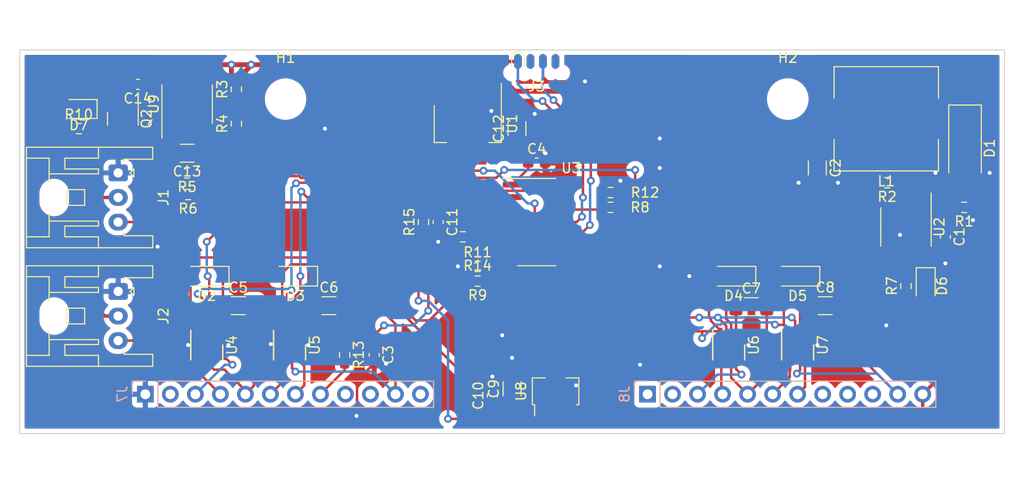
<source format=kicad_pcb>
(kicad_pcb (version 20211014) (generator pcbnew)
  (title_block (title "FeatherESC Logic Board") (date "2021-11-21"))
  (layers (0 "F.Cu" signal) (31 "B.Cu" signal) (34 "B.Paste" user) (35 "F.Paste" user) (36 "B.SilkS" user "B.Silkscreen") (37 "F.SilkS" user "F.Silkscreen") (38 "B.Mask" user) (39 "F.Mask" user) (44 "Edge.Cuts" user))
  (net 0 "")
  (net 1 "GND")
  (net 2 "VBAT")
  (net 3 "/COMPARE_N")
  (net 4 "Net-(U9-Pad1)")
  (net 5 "/COMPARE_P")
  (net 6 "VBEC")
  (net 7 "/VBEC_SWITCHED")
  (net 8 "/gatedrivers1/BOOST1")
  (net 9 "/PHASE11")
  (net 10 "/gatedrivers1/BOOST2")
  (net 11 "/BEC_ENABLE")
  (net 12 "/PHASE21")
  (net 13 "Net-(R12-Pad2)")
  (net 14 "/RXIN_1")
  (net 15 "/gatedrivers2/BOOST1")
  (net 16 "/PHASE12")
  (net 17 "/gatedrivers2/BOOST2")
  (net 18 "/PHASE22")
  (net 19 "Net-(R1-Pad2)")
  (net 22 "+12V")
  (net 23 "/GATEH11")
  (net 24 "/GATEL11")
  (net 25 "/GATEL21")
  (net 26 "/GATEH21")
  (net 29 "/GATEH12")
  (net 33 "/GATEL12")
  (net 34 "/GATEL22")
  (net 35 "/GATEH22")
  (net 36 "/ISENSE_IN")
  (net 37 "/VSENSE_IN")
  (net 41 "/MOTORR_1")
  (net 42 "/MOTORF_1")
  (net 43 "/MOTOREN_1")
  (net 44 "/MOTORF_2")
  (net 45 "/MOTORR_2")
  (net 46 "/MOTOREN_2")
  (net 47 "/REGSW")
  (net 48 "Net-(D6-Pad2)")
  (net 49 "/RXIN_2")
  (net 50 "Net-(D7-Pad2)")
  (net 51 "GNDSHUNT")
  (net 52 "Net-(R11-Pad2)")
  (net 53 "/MCUPOWER")
  (net 57 "/UPDI")
  (net 59 "Net-(U9-Pad7)")
  (footprint "Capacitor_SMD:C_0603_1608Metric_Pad1.08x0.95mm_HandSolder" (layer "F.Cu") (at 137 91 -90)
    (fp_text reference "C3")
    (fp_text value "DNP")
  )
  (footprint "Capacitor_SMD:C_0603_1608Metric_Pad1.08x0.95mm_HandSolder" (layer "F.Cu") (at 195 79 -90)
    (fp_text reference "C1")
    (fp_text value "100 nF")
  )
  (footprint "Package_SO:SOIC-14_3.9x8.7mm_P1.27mm" (layer "F.Cu") (at 153.5 77.5)
    (fp_text reference "U3")
    (fp_text value "ATtiny1614-SS")
  )
  (footprint "Capacitor_SMD:C_0603_1608Metric_Pad1.08x0.95mm_HandSolder" (layer "F.Cu") (at 113 63.5 180)
    (fp_text reference "C14")
    (fp_text value "100 nF")
  )
  (footprint "Diode_SMD:D_SMA_Handsoldering" (layer "F.Cu") (at 197 70 -90)
    (fp_text reference "D1")
    (fp_text value "SS34")
  )
  (footprint "Package_TO_SOT_SMD:SOT-89-3" (layer "F.Cu") (at 155.42 95 90)
    (fp_text reference "U8")
    (fp_text value "78L12G-AB3-R ")
  )
  (footprint "MountingHole:MountingHole_3.2mm_M3" (layer "F.Cu") (at 128 65)
    (fp_text reference "H1")
    (fp_text value "Interconnect M3")
  )
  (footprint "Capacitor_SMD:C_0603_1608Metric" (layer "F.Cu") (at 149 95.145 90)
    (fp_text reference "C10")
    (fp_text value "DNP")
  )
  (footprint "Resistor_SMD:R_0603_1608Metric_Pad0.98x0.95mm_HandSolder" (layer "F.Cu") (at 123 64 90)
    (fp_text reference "R3")
    (fp_text value "33k")
  )
  (footprint "Capacitor_SMD:C_0603_1608Metric_Pad1.08x0.95mm_HandSolder" (layer "F.Cu") (at 143.5 77.5 -90)
    (fp_text reference "C11")
    (fp_text value "DNP")
  )
  (footprint "Diode_SMD:D_SOD-123" (layer "F.Cu") (at 129 83 180)
    (fp_text reference "D3")
    (fp_text value "B5819W")
  )
  (footprint "Package_TO_SOT_SMD:SOT-223-3_TabPin2" (layer "F.Cu") (at 146.5 67.5 -90)
    (fp_text reference "U1")
    (fp_text value "AMS1117-50")
  )
  (footprint "Capacitor_SMD:C_1206_3216Metric" (layer "F.Cu") (at 151 94.445 90)
    (fp_text reference "C9")
    (fp_text value "10uF 50V")
  )
  (footprint "Package_DFN_QFN:DFN-8-1EP_3x3mm_P0.5mm_EP1.66x2.38mm" (layer "F.Cu") (at 120 90 -90)
    (fp_text reference "U4")
    (fp_text value "NCP81155MN")
  )
  (footprint "MountingHole:MountingHole_3.2mm_M3" (layer "F.Cu") (at 179 65)
    (fp_text reference "H2")
    (fp_text value "Interconnect M3")
  )
  (footprint "Resistor_SMD:R_0603_1608Metric_Pad0.98x0.95mm_HandSolder" (layer "F.Cu") (at 123 67.5 90)
    (fp_text reference "R4")
    (fp_text value "33k")
  )
  (footprint "Package_TO_SOT_SMD:SOT-23" (layer "F.Cu") (at 111.475 67 -90)
    (fp_text reference "Q2")
    (fp_text value "AO3401A")
  )
  (footprint "Capacitor_SMD:C_1206_3216Metric_Pad1.33x1.80mm_HandSolder" (layer "F.Cu") (at 123.2 86)
    (fp_text reference "C5")
    (fp_text value "4.7uF 50V")
  )
  (footprint "Connector_JST:JST_XA_S03B-XASK-1_1x03_P2.50mm_Horizontal" (layer "F.Cu") (at 111 84.55 -90)
    (fp_text reference "J2")
    (fp_text value "RC IN 2")
  )
  (footprint "Capacitor_SMD:C_1206_3216Metric" (layer "F.Cu") (at 151.5 68 90)
    (fp_text reference "C12")
    (fp_text value "10uF")
  )
  (footprint "Resistor_SMD:R_0603_1608Metric_Pad0.98x0.95mm_HandSolder" (layer "F.Cu") (at 118 72.5 180)
    (fp_text reference "R5")
    (fp_text value "10k")
  )
  (footprint "Resistor_SMD:R_0603_1608Metric_Pad0.98x0.95mm_HandSolder" (layer "F.Cu") (at 147.5 83.5 180)
    (fp_text reference "R9")
    (fp_text value "1k")
  )
  (footprint "Diode_SMD:D_SOD-123" (layer "F.Cu") (at 180 83 180)
    (fp_text reference "D5")
    (fp_text value "B5819W")
  )
  (footprint "Resistor_SMD:R_0603_1608Metric_Pad0.98x0.95mm_HandSolder" (layer "F.Cu") (at 189.0875 73.5 180)
    (fp_text reference "R2")
    (fp_text value "33k")
  )
  (footprint "Resistor_SMD:R_0603_1608Metric_Pad0.98x0.95mm_HandSolder" (layer "F.Cu") (at 118.1 74.7 180)
    (fp_text reference "R6")
    (fp_text value "100k")
  )
  (footprint "Inductor_SMD:L_10.4x10.4_H4.8" (layer "F.Cu") (at 189 67 180)
    (fp_text reference "L1")
    (fp_text value "68uH")
  )
  (footprint "Resistor_SMD:R_0603_1608Metric_Pad0.98x0.95mm_HandSolder" (layer "F.Cu") (at 147.5 82)
    (fp_text reference "R11")
    (fp_text value "100k")
  )
  (footprint "Resistor_SMD:R_0603_1608Metric_Pad0.98x0.95mm_HandSolder" (layer "F.Cu") (at 161 76)
    (fp_text reference "R8")
    (fp_text value "1k")
  )
  (footprint "Capacitor_SMD:C_1206_3216Metric_Pad1.33x1.80mm_HandSolder" (layer "F.Cu") (at 175.3 86.1)
    (fp_text reference "C7")
    (fp_text value "4.7uF 50V")
  )
  (footprint "Diode_SMD:D_SOD-123" (layer "F.Cu") (at 173.5 83 180)
    (fp_text reference "D4")
    (fp_text value "B5819W")
  )
  (footprint "Resistor_SMD:R_0603_1608Metric_Pad0.98x0.95mm_HandSolder" (layer "F.Cu") (at 161 74.5 180)
    (fp_text reference "R12")
    (fp_text value "100k")
  )
  (footprint "Package_SO:SOIC-8_3.9x4.9mm_P1.27mm" (layer "F.Cu") (at 191 78 -90)
    (fp_text reference "U2")
    (fp_text value "XL1509-ADJE1")
  )
  (footprint "Resistor_SMD:R_0603_1608Metric_Pad0.98x0.95mm_HandSolder" (layer "F.Cu") (at 146 79 180)
    (fp_text reference "R14")
    (fp_text value "33k")
  )
  (footprint "Capacitor_SMD:C_1206_3216Metric_Pad1.33x1.80mm_HandSolder" (layer "F.Cu") (at 118 70.5 180)
    (fp_text reference "C13")
    (fp_text value "4.7uF 50V")
  )
  (footprint "Diode_SMD:D_SOD-123" (layer "F.Cu") (at 120 83 180)
    (fp_text reference "D2")
    (fp_text value "B5819W")
  )
  (footprint "featheresc_logic:SOIC_clipProgSmall" (layer "F.Cu") (at 153.5 60.4205 180)
    (fp_text reference "J3")
    (fp_text value "soicbite prog connector")
  )
  (footprint "Package_DFN_QFN:DFN-8-1EP_3x3mm_P0.5mm_EP1.66x2.38mm" (layer "F.Cu") (at 128.405 90 -90)
    (fp_text reference "U5")
    (fp_text value "NCP81155MN")
  )
  (footprint "LED_SMD:LED_0805_2012Metric_Pad1.15x1.40mm_HandSolder" (layer "F.Cu") (at 107 66 180)
    (fp_text reference "D7")
    (fp_text value "Green BEC ON")
  )
  (footprint "Package_DFN_QFN:DFN-8-1EP_3x3mm_P0.5mm_EP1.66x2.38mm" (layer "F.Cu") (at 180 90 -90)
    (fp_text reference "U7")
    (fp_text value "NCP81155MN")
  )
  (footprint "Package_DFN_QFN:DFN-8-1EP_3x3mm_P0.5mm_EP1.66x2.38mm" (layer "F.Cu") (at 173 90 -90)
    (fp_text reference "U6")
    (fp_text value "NCP81155MN")
  )
  (footprint "Connector_JST:JST_XA_S03B-XASK-1_1x03_P2.50mm_Horizontal" (layer "F.Cu") (at 111 72.5 -90)
    (fp_text reference "J1")
    (fp_text value "RC IN 1")
  )
  (footprint "LED_SMD:LED_0805_2012Metric_Pad1.15x1.40mm_HandSolder" (layer "F.Cu") (at 193 84 -90)
    (fp_text reference "D6")
    (fp_text value "Green")
  )
  (footprint "Resistor_SMD:R_0603_1608Metric_Pad0.98x0.95mm_HandSolder" (layer "F.Cu") (at 196.9125 76 180)
    (fp_text reference "R1")
    (fp_text value "10k")
  )
  (footprint "Capacitor_SMD:C_1206_3216Metric_Pad1.33x1.80mm_HandSolder" (layer "F.Cu") (at 132.4 86)
    (fp_text reference "C6")
    (fp_text value "4.7uF 50V")
  )
  (footprint "Resistor_SMD:R_0603_1608Metric_Pad0.98x0.95mm_HandSolder" (layer "F.Cu") (at 107 68)
    (fp_text reference "R10")
    (fp_text value "1k")
  )
  (footprint "Resistor_SMD:R_0603_1608Metric_Pad0.98x0.95mm_HandSolder" (layer "F.Cu") (at 142 77.5 90)
    (fp_text reference "R15")
    (fp_text value "1k")
  )
  (footprint "Capacitor_SMD:C_1206_3216Metric" (layer "F.Cu") (at 182 72 -90)
    (fp_text reference "C2")
    (fp_text value "10uF")
  )
  (footprint "Resistor_SMD:R_0603_1608Metric_Pad0.98x0.95mm_HandSolder" (layer "F.Cu") (at 191 84 90)
    (fp_text reference "R7")
    (fp_text value "1k")
  )
  (footprint "Resistor_SMD:R_0603_1608Metric_Pad0.98x0.95mm_HandSolder" (layer "F.Cu") (at 134 91 -90)
    (fp_text reference "R13")
    (fp_text value "1k")
  )
  (footprint "Capacitor_SMD:C_1206_3216Metric_Pad1.33x1.80mm_HandSolder" (layer "F.Cu") (at 182.8 86)
    (fp_text reference "C8")
    (fp_text value "4.7uF 50V")
  )
  (footprint "Capacitor_SMD:C_0603_1608Metric_Pad1.08x0.95mm_HandSolder" (layer "F.Cu") (at 153.5 71.5)
    (fp_text reference "C4")
    (fp_text value "100 nF")
  )
  (footprint "Package_SO:SOIC-8_3.9x4.9mm_P1.27mm" (layer "F.Cu") (at 118 65.5 90)
    (fp_text reference "U9")
    (fp_text value "LM358")
  )
  (footprint "Connector_PinHeader_2.54mm:PinHeader_1x12_P2.54mm_Vertical" (layer "B.Cu") (at 113.76 95 -90)
    (fp_text reference "J7")
    (fp_text value "Interconnect 1")
  )
  (footprint "Connector_PinHeader_2.54mm:PinHeader_1x12_P2.54mm_Vertical" (layer "B.Cu") (at 164.76 95 -90)
    (fp_text reference "J8")
    (fp_text value "Interconnect 2")
  )
  (gr_rect (start 201 60) (end 101 99) (layer "Edge.Cuts") (width 0.1) (fill none))
  (segment (start 128.405 90) (end 130.3 90) (width 0.25) (layer "F.Cu") (net 1))
  (segment (start 142 78.4125) (end 143.45 78.4125) (width 0.25) (layer "F.Cu") (net 1))
  (segment (start 155.7 94.1) (end 157.5 94.1) (width 0.25) (layer "F.Cu") (net 1))
  (segment (start 195 79.8625) (end 195 81.7) (width 0.35) (layer "F.Cu") (net 1))
  (segment (start 119.905 67.975) (end 119.905 70.1575) (width 0.25) (layer "F.Cu") (net 1))
  (segment (start 190.365 78.835) (end 190.4 78.8) (width 0.35) (layer "F.Cu") (net 1))
  (segment (start 192.905 80.475) (end 192.905 82.88) (width 0.35) (layer "F.Cu") (net 1))
  (segment (start 120 90) (end 118.1 90) (width 0.25) (layer "F.Cu") (net 1))
  (segment (start 155.975 73.69) (end 154.3625 72.0775) (width 0.25) (layer "F.Cu") (net 1))
  (segment (start 197.825 77.275) (end 197.8 77.3) (width 0.25) (layer "F.Cu") (net 1))
  (segment (start 119.905 70.1575) (end 119.5625 70.5) (width 0.25) (layer "F.Cu") (net 1))
  (segment (start 182 73.475) (end 184.075 73.475) (width 0.25) (layer "F.Cu") (net 1))
  (segment (start 172.75 90.25) (end 172.75 91.4) (width 0.25) (layer "F.Cu") (net 1))
  (segment (start 128.405 90) (end 126.6 90) (width 0.25) (layer "F.Cu") (net 1))
  (segment (start 128.405 90) (end 128.155 90.25) (width 0.25) (layer "F.Cu") (net 1))
  (segment (start 128.155 90.25) (end 128.155 91.4) (width 0.25) (layer "F.Cu") (net 1))
  (segment (start 154.3625 72.0775) (end 154.3625 71.5) (width 0.25) (layer "F.Cu") (net 1))
  (segment (start 149.325 64.35) (end 151.5 66.525) (width 0.25) (layer "F.Cu") (net 1))
  (segment (start 154.6 63.2) (end 158.4 63.2) (width 0.25) (layer "F.Cu") (net 1))
  (segment (start 155.42 94.38) (end 155.7 94.1) (width 0.25) (layer "F.Cu") (net 1))
  (segment (start 184.075 73.475) (end 184.1 73.5) (width 0.25) (layer "F.Cu") (net 1))
  (segment (start 137 91.8625) (end 135.254511 93.607989) (width 0.25) (layer "F.Cu") (net 1))
  (segment (start 180 90) (end 182 90) (width 0.25) (layer "F.Cu") (net 1))
  (segment (start 179.75 90.25) (end 179.75 91.4) (width 0.25) (layer "F.Cu") (net 1))
  (segment (start 148.8 66.1) (end 148.9 66.2) (width 0.25) (layer "F.Cu") (net 1))
  (segment (start 155.42 96.5625) (end 155.42 94.38) (width 0.25) (layer "F.Cu") (net 1))
  (segment (start 148.8 64.35) (end 148.8 66.1) (width 0.25) (layer "F.Cu") (net 1))
  (segment (start 126.6 90) (end 126.5 89.9) (width 0.25) (layer "F.Cu") (net 1))
  (segment (start 197 75.175) (end 197.825 76) (width 0.25) (layer "F.Cu") (net 1))
  (segment (start 154.3625 71.5) (end 154.3625 70.5375) (width 0.25) (layer "F.Cu") (net 1))
  (segment (start 161.9125 73.3875) (end 162 73.3) (width 0.25) (layer "F.Cu") (net 1))
  (segment (start 173 90) (end 175 90) (width 0.25) (layer "F.Cu") (net 1))
  (segment (start 148.8 64.35) (end 149.325 64.35) (width 0.25) (layer "F.Cu") (net 1))
  (segment (start 149 94.37) (end 149.6 94.37) (width 0.25) (layer "F.Cu") (net 1))
  (segment (start 190.365 80.475) (end 192.905 80.475) (width 0.35) (layer "F.Cu") (net 1))
  (segment (start 189.095 80.475) (end 190.365 80.475) (width 0.35) (layer "F.Cu") (net 1))
  (segment (start 180 90) (end 179.75 90.25) (width 0.25) (layer "F.Cu") (net 1))
  (segment (start 154.135 62.735) (end 154.6 63.2) (width 0.25) (layer "F.Cu") (net 1))
  (segment (start 151.5 66.525) (end 153.275 66.525) (width 0.25) (layer "F.Cu") (net 1))
  (segment (start 149.6 94.37) (end 151 92.97) (width 0.25) (layer "F.Cu") (net 1))
  (segment (start 149 94.37) (end 149 93.2) (width 0.25) (layer "F.Cu") (net 1))
  (segment (start 151 92.97) (end 151 91.3) (width 0.25) (layer "F.Cu") (net 1))
  (segment (start 182 73.475) (end 180.125 73.475) (width 0.25) (layer "F.Cu") (net 1))
  (segment (start 190.365 80.475) (end 190.365 78.835) (width 0.35) (layer "F.Cu") (net 1))
  (segment (start 120 90) (end 122.2 90) (width 0.25) (layer "F.Cu") (net 1))
  (segment (start 143.45 78.4125) (end 143.5 78.3625) (width 0.25) (layer "F.Cu") (net 1))
  (segment (start 154.3625 70.5375) (end 154.4 70.5) (width 0.25) (layer "F.Cu") (net 1))
  (segment (start 138.1625 91.8625) (end 138.2 91.9) (width 0.25) (layer "F.Cu") (net 1))
  (segment (start 143.5 78.3625) (end 143.5 79.5) (width 0.25) (layer "F.Cu") (net 1))
  (segment (start 180.125 73.475) (end 180.1 73.5) (width 0.25) (layer "F.Cu") (net 1))
  (segment (start 154.135 61.1705) (end 154.135 62.735) (width 0.25) (layer "F.Cu") (net 1))
  (segment (start 195 79.8625) (end 193.5175 79.8625) (width 0.35) (layer "F.Cu") (net 1))
  (segment (start 173 90) (end 172.75 90.25) (width 0.25) (layer "F.Cu") (net 1))
  (segment (start 119.75 91.4) (end 119.75 90.25) (width 0.25) (layer "F.Cu") (net 1))
  (segment (start 153.275 66.525) (end 153.3 66.5) (width 0.25) (layer "F.Cu") (net 1))
  (segment (start 119.75 90.25) (end 120 90) (width 0.25) (layer "F.Cu") (net 1))
  (segment (start 146.5875 82) (end 145.5 82) (width 0.25) (layer "F.Cu") (net 1))
  (segment (start 161.9125 74.5) (end 161.9125 73.3875) (width 0.25) (layer "F.Cu") (net 1))
  (segment (start 135.254511 97.145489) (end 135.2 97.2) (width 0.25) (layer "F.Cu") (net 1))
  (segment (start 192.905 82.88) (end 193 82.975) (width 0.35) (layer "F.Cu") (net 1))
  (segment (start 193.5175 79.8625) (end 192.905 80.475) (width 0.35) (layer "F.Cu") (net 1))
  (segment (start 137 91.8625) (end 138.1625 91.8625) (width 0.25) (layer "F.Cu") (net 1))
  (segment (start 197 72.5) (end 197 75.175) (width 0.25) (layer "F.Cu") (net 1))
  (segment (start 135.254511 93.607989) (end 135.254511 97.145489) (width 0.25) (layer "F.Cu") (net 1))
  (segment (start 197.825 76) (end 197.825 77.275) (width 0.25) (layer "F.Cu") (net 1))
  (via (at 154.4 70.5) (size 0.8) (drill 0.4) (layers "F.Cu" "B.Cu") (net 1))
  (via (at 132 68) (size 0.8) (drill 0.4) (layers "F.Cu" "B.Cu") (net 1))
  (via (at 135.2 97.2) (size 0.8) (drill 0.4) (layers "F.Cu" "B.Cu") (net 1))
  (via (at 115 80) (size 0.8) (drill 0.4) (layers "F.Cu" "B.Cu") (net 1))
  (via (at 169 83) (size 0.8) (drill 0.4) (layers "F.Cu" "B.Cu") (net 1))
  (via (at 195 81.7) (size 0.8) (drill 0.4) (layers "F.Cu" "B.Cu") (net 1))
  (via (at 153.3 66.5) (size 0.8) (drill 0.4) (layers "F.Cu" "B.Cu") (net 1))
  (via (at 189 88) (size 0.8) (drill 0.4) (layers "F.Cu" "B.Cu") (net 1))
  (via (at 130.3 90) (size 0.8) (drill 0.4) (layers "F.Cu" "B.Cu") (net 1))
  (via (at 182 90) (size 0.8) (drill 0.4) (layers "F.Cu" "B.Cu") (net 1))
  (via (at 118.1 90) (size 0.8) (drill 0.4) (layers "F.Cu" "B.Cu") (net 1))
  (via (at 157.5 94.1) (size 0.8) (drill 0.4) (layers "F.Cu" "B.Cu") (net 1))
  (via (at 143.5 79.5) (size 0.8) (drill 0.4) (layers "F.Cu" "B.Cu") (net 1))
  (via (at 197.8 77.3) (size 0.8) (drill 0.4) (layers "F.Cu" "B.Cu") (net 1))
  (via (at 138.2 91.9) (size 0.8) (drill 0.4) (layers "F.Cu" "B.Cu") (net 1))
  (via (at 166 82) (size 0.8) (drill 0.4) (layers "F.Cu" "B.Cu") (net 1))
  (via (at 148.9 66.2) (size 0.8) (drill 0.4) (layers "F.Cu" "B.Cu") (net 1))
  (via (at 126.5 89.9) (size 0.8) (drill 0.4) (layers "F.Cu" "B.Cu") (net 1))
  (via (at 190.4 78.8) (size 0.8) (drill 0.4) (layers "F.Cu" "B.Cu") (net 1))
  (via (at 166 72) (size 0.8) (drill 0.4) (layers "F.Cu" "B.Cu") (net 1))
  (via (at 145.5 82) (size 0.8) (drill 0.4) (layers "F.Cu" "B.Cu") (net 1))
  (via (at 151 91.3) (size 0.8) (drill 0.4) (layers "F.Cu" "B.Cu") (net 1))
  (via (at 180.1 73.5) (size 0.8) (drill 0.4) (layers "F.Cu" "B.Cu") (net 1))
  (via (at 175 90) (size 0.8) (drill 0.4) (layers "F.Cu" "B.Cu") (net 1))
  (via (at 149 93.2) (size 0.8) (drill 0.4) (layers "F.Cu" "B.Cu") (net 1))
  (via (at 199.5 72.5) (size 0.8) (drill 0.4) (layers "F.Cu" "B.Cu") (net 1))
  (via (at 166 69) (size 0.8) (drill 0.4) (layers "F.Cu" "B.Cu") (net 1))
  (via (at 184.1 73.5) (size 0.8) (drill 0.4) (layers "F.Cu" "B.Cu") (net 1))
  (via (at 158.4 63.2) (size 0.8) (drill 0.4) (layers "F.Cu" "B.Cu") (net 1))
  (via (at 164 92) (size 0.8) (drill 0.4) (layers "F.Cu" "B.Cu") (net 1))
  (via (at 150 89) (size 0.8) (drill 0.4) (layers "F.Cu" "B.Cu") (net 1))
  (via (at 194 72.5) (size 0.8) (drill 0.4) (layers "F.Cu" "B.Cu") (net 1))
  (via (at 162 73.3) (size 0.8) (drill 0.4) (layers "F.Cu" "B.Cu") (net 1))
  (via (at 122.2 90) (size 0.8) (drill 0.4) (layers "F.Cu" "B.Cu") (net 1))
  (segment (start 195.84952 78.98702) (end 195 78.1375) (width 0.35) (layer "F.Cu") (net 2))
  (segment (start 146.5 98) (end 155.62894 98) (width 0.25) (layer "F.Cu") (net 2))
  (segment (start 141.5 85.5) (end 141.5 83.5) (width 0.25) (layer "F.Cu") (net 2))
  (segment (start 155.62894 98) (end 156.92 96.70894) (width 0.25) (layer "F.Cu") (net 2))
  (segment (start 191.6 97.8) (end 158.07 97.8) (width 0.35) (layer "F.Cu") (net 2))
  (segment (start 195 77.62) (end 192.905 75.525) (width 0.35) (layer "F.Cu") (net 2))
  (segment (start 192.7 95) (end 192.7 96.7) (width 0.35) (layer "F.Cu") (net 2))
  (segment (start 192.7 96.7) (end 191.6 97.8) (width 0.35) (layer "F.Cu") (net 2))
  (segment (start 141.5 83.5) (end 145.0875 79.9125) (width 0.25) (layer "F.Cu") (net 2))
  (segment (start 146 97.5) (end 146.5 98) (width 0.25) (layer "F.Cu") (net 2))
  (segment (start 144.5 97.5) (end 146 97.5) (width 0.25) (layer "F.Cu") (net 2))
  (segment (start 156.92 96.70894) (end 156.92 96.65) (width 0.25) (layer "F.Cu") (net 2))
  (segment (start 158.07 97.8) (end 156.92 96.65) (width 0.35) (layer "F.Cu") (net 2))
  (segment (start 195 78.1375) (end 195 77.62) (width 0.35) (layer "F.Cu") (net 2))
  (segment (start 195.84952 91.85048) (end 195.84952 78.98702) (width 0.35) (layer "F.Cu") (net 2))
  (segment (start 192.7 95) (end 195.84952 91.85048) (width 0.35) (layer "F.Cu") (net 2))
  (segment (start 145.0875 79.9125) (end 145.0875 79) (width 0.25) (layer "F.Cu") (net 2))
  (via (at 141.5 85.5) (size 0.8) (drill 0.4) (layers "F.Cu" "B.Cu") (net 2))
  (via (at 144.5 97.5) (size 0.8) (drill 0.4) (layers "F.Cu" "B.Cu") (net 2))
  (segment (start 142.5 85.5) (end 144.5 87.5) (width 0.25) (layer "B.Cu") (net 2))
  (segment (start 141.5 85.5) (end 142.5 85.5) (width 0.25) (layer "B.Cu") (net 2))
  (segment (start 144.5 87.5) (end 144.5 97.5) (width 0.25) (layer "B.Cu") (net 2))
  (segment (start 117.1875 72.6) (end 117.0875 72.5) (width 0.2) (layer "F.Cu") (net 3))
  (segment (start 117.0875 71.15) (end 116.4375 70.5) (width 0.2) (layer "F.Cu") (net 3))
  (segment (start 117.365 67.975) (end 117.365 69.5725) (width 0.2) (layer "F.Cu") (net 3))
  (segment (start 117.365 69.5725) (end 116.4375 70.5) (width 0.2) (layer "F.Cu") (net 3))
  (segment (start 117.1875 74.7) (end 117.1875 72.6) (width 0.2) (layer "F.Cu") (net 3))
  (segment (start 117.0875 72.5) (end 117.0875 71.15) (width 0.2) (layer "F.Cu") (net 3))
  (segment (start 116.095 67.975) (end 114.1825 66.0625) (width 0.25) (layer "F.Cu") (net 4))
  (segment (start 114.1825 66.0625) (end 112.425 66.0625) (width 0.25) (layer "F.Cu") (net 4))
  (segment (start 123 66.5875) (end 123 64.9125) (width 0.2) (layer "F.Cu") (net 5))
  (segment (start 119.905 63.025) (end 121.7925 64.9125) (width 0.2) (layer "F.Cu") (net 5))
  (segment (start 118.635 67.975) (end 118.635 67) (width 0.2) (layer "F.Cu") (net 5))
  (segment (start 118.635 67) (end 119.0475 66.5875) (width 0.2) (layer "F.Cu") (net 5))
  (segment (start 121.7925 64.9125) (end 123 64.9125) (width 0.2) (layer "F.Cu") (net 5))
  (segment (start 119.0475 66.5875) (end 123 66.5875) (width 0.2) (layer "F.Cu") (net 5))
  (segment (start 115 61.5) (end 113.8625 62.6375) (width 0.5) (layer "F.Cu") (net 6))
  (segment (start 189.990716 83.0875) (end 191 83.0875) (width 0.35) (layer "F.Cu") (net 6))
  (segment (start 181 61) (end 184.85 64.85) (width 0.5) (layer "F.Cu") (net 6))
  (segment (start 116.5 61.5) (end 115 61.5) (width 0.5) (layer "F.Cu") (net 6))
  (segment (start 166.3 64.2) (end 169.5 61) (width 0.5) (layer "F.Cu") (net 6))
  (segment (start 122.5 61.5) (end 122.5 62.5875) (width 0.5) (layer "F.Cu") (net 6))
  (segment (start 124.5 61.5) (end 122.5 61.5) (width 0.5) (layer "F.Cu") (net 6))
  (segment (start 185.2 70.525) (end 188.175 73.5) (width 0.35) (layer "F.Cu") (net 6))
  (segment (start 184.85 67) (end 184.85 67.675) (width 0.35) (layer "F.Cu") (net 6))
  (segment (start 113.8625 62.6375) (end 113.8625 63.5) (width 0.5) (layer "F.Cu") (net 6))
  (segment (start 188.175 81.271784) (end 189.990716 83.0875) (width 0.35) (layer "F.Cu") (net 6))
  (segment (start 179.025 70.525) (end 169.5 61) (width 0.5) (layer "F.Cu") (net 6))
  (segment (start 184.85 67.675) (end 182 70.525) (width 0.35) (layer "F.Cu") (net 6))
  (segment (start 122.5 61.5) (end 116.5 61.5) (width 0.5) (layer "F.Cu") (net 6))
  (segment (start 116.095 63.025) (end 116.095 61.905) (width 0.5) (layer "F.Cu") (net 6))
  (segment (start 184.85 64.85) (end 184.85 67) (width 0.5) (layer "F.Cu") (net 6))
  (segment (start 144.2 64.35) (end 144.2 61.5) (width 0.35) (layer "F.Cu") (net 6))
  (segment (start 124.5 61.5) (end 124.5 61.5875) (width 0.5) (layer "F.Cu") (net 6))
  (segment (start 169.5 61) (end 181 61) (width 0.5) (layer "F.Cu") (net 6))
  (segment (start 148.7 62.2) (end 149.292977 62.2) (width 0.5) (layer "F.Cu") (net 6))
  (segment (start 182 70.525) (end 179.025 70.525) (width 0.5) (layer "F.Cu") (net 6))
  (segment (start 124.5 61.5) (end 144.2 61.5) (width 0.5) (layer "F.Cu") (net 6))
  (segment (start 151.292977 64.2) (end 166.3 64.2) (width 0.5) (layer "F.Cu") (net 6))
  (segment (start 122.5 62.5875) (end 123 63.0875) (width 0.5) (layer "F.Cu") (net 6))
  (segment (start 144.2 61.5) (end 148 61.5) (width 0.5) (layer "F.Cu") (net 6))
  (segment (start 116.095 61.905) (end 116.5 61.5) (width 0.5) (layer "F.Cu") (net 6))
  (segment (start 188.175 73.5) (end 188.175 81.271784) (width 0.35) (layer "F.Cu") (net 6))
  (segment (start 110.525 66.0625) (end 111.63702 64.95048) (width 0.35) (layer "F.Cu") (net 6))
  (segment (start 148 61.5) (end 148.7 62.2) (width 0.5) (layer "F.Cu") (net 6))
  (segment (start 112.41202 64.95048) (end 113.8625 63.5) (width 0.35) (layer "F.Cu") (net 6))
  (segment (start 149.7295 61.1705) (end 148.7 62.2) (width 0.35) (layer "F.Cu") (net 6))
  (segment (start 149.292977 62.2) (end 151.292977 64.2) (width 0.5) (layer "F.Cu") (net 6))
  (segment (start 124.5 61.5875) (end 123 63.0875) (width 0.5) (layer "F.Cu") (net 6))
  (segment (start 111.63702 64.95048) (end 112.41202 64.95048) (width 0.35) (layer "F.Cu") (net 6))
  (segment (start 151.595 61.1705) (end 149.7295 61.1705) (width 0.35) (layer "F.Cu") (net 6))
  (segment (start 182 70.525) (end 185.2 70.525) (width 0.35) (layer "F.Cu") (net 6))
  (via (at 124.5 61.5) (size 0.8) (drill 0.4) (layers "F.Cu" "B.Cu") (net 6))
  (via (at 122.5 61.5) (size 0.8) (drill 0.4) (layers "F.Cu" "B.Cu") (net 6))
  (segment (start 108.6 75) (end 108.6 70.8125) (width 0.35) (layer "F.Cu") (net 7))
  (segment (start 107.9125 68) (end 111.4125 68) (width 0.35) (layer "F.Cu") (net 7))
  (segment (start 108.6 70.8125) (end 111.475 67.9375) (width 0.35) (layer "F.Cu") (net 7))
  (segment (start 109.65 87.05) (end 108.6 86) (width 0.35) (layer "F.Cu") (net 7))
  (segment (start 111.4125 68) (end 111.475 67.9375) (width 0.35) (layer "F.Cu") (net 7))
  (segment (start 111 87.05) (end 109.65 87.05) (width 0.35) (layer "F.Cu") (net 7))
  (segment (start 108.6 86) (end 108.6 75) (width 0.35) (layer "F.Cu") (net 7))
  (segment (start 111 75) (end 108.6 75) (width 0.35) (layer "F.Cu") (net 7))
  (segment (start 121.6375 83.0125) (end 121.65 83) (width 0.25) (layer "F.Cu") (net 8))
  (segment (start 121.6375 86) (end 121.6375 83.0125) (width 0.25) (layer "F.Cu") (net 8))
  (segment (start 121.6375 87.2625) (end 121.6375 86) (width 0.25) (layer "F.Cu") (net 8))
  (segment (start 120.75 88.6) (end 120.75 88.15) (width 0.25) (layer "F.Cu") (net 8))
  (segment (start 120.75 88.15) (end 121.6375 87.2625) (width 0.25) (layer "F.Cu") (net 8))
  (segment (start 120.25 92.024022) (end 120.725978 92.5) (width 0.25) (layer "F.Cu") (net 9))
  (segment (start 124.7625 86) (end 124.7625 94.1575) (width 0.25) (layer "F.Cu") (net 9))
  (segment (start 121.8 92.5) (end 123.92 94.62) (width 0.25) (layer "F.Cu") (net 9))
  (segment (start 124.7625 94.1575) (end 123.92 95) (width 0.25) (layer "F.Cu") (net 9))
  (segment (start 120.25 91.4) (end 120.25 92.024022) (width 0.25) (layer "F.Cu") (net 9))
  (segment (start 120.725978 92.5) (end 121.8 92.5) (width 0.25) (layer "F.Cu") (net 9))
  (segment (start 123.92 94.62) (end 123.92 95) (width 0.25) (layer "F.Cu") (net 9))
  (segment (start 130.65 83) (end 130.65 85.8125) (width 0.25) (layer "F.Cu") (net 10))
  (segment (start 130.65 85.8125) (end 130.8375 86) (width 0.25) (layer "F.Cu") (net 10))
  (segment (start 129.155 87.6825) (end 130.8375 86) (width 0.25) (layer "F.Cu") (net 10))
  (segment (start 129.155 88.6) (end 129.155 87.6825) (width 0.25) (layer "F.Cu") (net 10))
  (segment (start 154.1 77.5) (end 153.3 76.7) (width 0.25) (layer "F.Cu") (net 11))
  (segment (start 155.975 77.5) (end 157.5545 77.5) (width 0.25) (layer "F.Cu") (net 11))
  (segment (start 119.137 72.2755) (end 118.9125 72.5) (width 0.25) (layer "F.Cu") (net 11))
  (segment (start 153.3 76.7) (end 153.3 75.6) (width 0.25) (layer "F.Cu") (net 11))
  (segment (start 148.1 72.2755) (end 119.137 72.2755) (width 0.25) (layer "F.Cu") (net 11))
  (segment (start 155.975 77.5) (end 154.1 77.5) (width 0.25) (layer "F.Cu") (net 11))
  (segment (start 158.2 75) (end 158.2 69.3) (width 0.25) (layer "F.Cu") (net 11))
  (segment (start 157.5545 77.5) (end 158.1 76.9545) (width 0.25) (layer "F.Cu") (net 11))
  (segment (start 158.2 69.3) (end 154.1 65.2) (width 0.25) (layer "F.Cu") (net 11))
  (via (at 148.1 72.2755) (size 0.8) (drill 0.4) (layers "F.Cu" "B.Cu") (net 11))
  (via (at 158.2 75) (size 0.8) (drill 0.4) (layers "F.Cu" "B.Cu") (net 11))
  (via (at 153.3 75.6) (size 0.8) (drill 0.4) (layers "F.Cu" "B.Cu") (net 11))
  (via (at 154.1 65.2) (size 0.8) (drill 0.4) (layers "F.Cu" "B.Cu") (net 11))
  (via (at 158.1 76.9545) (size 0.8) (drill 0.4) (layers "F.Cu" "B.Cu") (net 11))
  (segment (start 148.1 72.2755) (end 149.250886 72.2755) (width 0.25) (layer "B.Cu") (net 11))
  (segment (start 149.250886 72.2755) (end 152.575386 75.6) (width 0.25) (layer "B.Cu") (net 11))
  (segment (start 154.1 65.2) (end 153.3 65.2) (width 0.25) (layer "B.Cu") (net 11))
  (segment (start 158.1 75.1) (end 158.2 75) (width 0.25) (layer "B.Cu") (net 11))
  (segment (start 151.595 63.495) (end 151.595 61.1705) (width 0.25) (layer "B.Cu") (net 11))
  (segment (start 158.1 76.9545) (end 158.1 75.1) (width 0.25) (layer "B.Cu") (net 11))
  (segment (start 153.3 65.2) (end 151.595 63.495) (width 0.25) (layer "B.Cu") (net 11))
  (segment (start 152.575386 75.6) (end 153.3 75.6) (width 0.25) (layer "B.Cu") (net 11))
  (segment (start 137.3 86) (end 139.16 87.86) (width 0.25) (layer "F.Cu") (net 12))
  (segment (start 128.655 91.4) (end 128.655 92.355) (width 0.25) (layer "F.Cu") (net 12))
  (segment (start 133.9625 86) (end 137.3 86) (width 0.25) (layer "F.Cu") (net 12))
  (segment (start 128.655 92.355) (end 129 92.7) (width 0.25) (layer "F.Cu") (net 12))
  (segment (start 139.16 87.86) (end 139.16 95) (width 0.25) (layer "F.Cu") (net 12))
  (via (at 129 92.7) (size 0.8) (drill 0.4) (layers "F.Cu" "B.Cu") (net 12))
  (segment (start 136.86 92.7) (end 139.16 95) (width 0.25) (layer "B.Cu") (net 12))
  (segment (start 129 92.7) (end 136.86 92.7) (width 0.25) (layer "B.Cu") (net 12))
  (segment (start 159.8575 76.23) (end 160.0875 76) (width 0.25) (layer "F.Cu") (net 13))
  (segment (start 160.0875 74.5) (end 160.0875 76) (width 0.25) (layer "F.Cu") (net 13))
  (segment (start 155.975 76.23) (end 159.8575 76.23) (width 0.25) (layer "F.Cu") (net 13))
  (segment (start 120.2 77.5) (end 111 77.5) (width 0.25) (layer "F.Cu") (net 14))
  (segment (start 150.2 72.2) (end 149.4 73) (width 0.25) (layer "F.Cu") (net 14))
  (segment (start 129.370368 72.827913) (end 124.872087 72.827913) (width 0.25) (layer "F.Cu") (net 14))
  (segment (start 129.542455 73) (end 129.370368 72.827913) (width 0.25) (layer "F.Cu") (net 14))
  (segment (start 149.4 73) (end 129.542455 73) (width 0.25) (layer "F.Cu") (net 14))
  (segment (start 163.1 76) (end 163.5 75.6) (width 0.25) (layer "F.Cu") (net 14))
  (segment (start 163.5 75.6) (end 163.5 72.2) (width 0.25) (layer "F.Cu") (net 14))
  (segment (start 124.872087 72.827913) (end 120.2 77.5) (width 0.25) (layer "F.Cu") (net 14))
  (segment (start 161.9125 76) (end 163.1 76) (width 0.25) (layer "F.Cu") (net 14))
  (via (at 150.2 72.2) (size 0.8) (drill 0.4) (layers "F.Cu" "B.Cu") (net 14))
  (via (at 163.5 72.2) (size 0.8) (drill 0.4) (layers "F.Cu" "B.Cu") (net 14))
  (segment (start 163.5 72.2) (end 150.2 72.2) (width 0.25) (layer "B.Cu") (net 14))
  (segment (start 173.75 86.1125) (end 173.7375 86.1) (width 0.25) (layer "F.Cu") (net 15))
  (segment (start 173.7375 84.4125) (end 175.15 83) (width 0.25) (layer "F.Cu") (net 15))
  (segment (start 173.75 88.6) (end 173.75 86.1125) (width 0.25) (layer "F.Cu") (net 15))
  (segment (start 173.7375 86.1) (end 173.7375 84.4125) (width 0.25) (layer "F.Cu") (net 15))
  (segment (start 173.25 93.33) (end 174.92 95) (width 0.25) (layer "F.Cu") (net 16))
  (segment (start 174.92 95) (end 176.8625 93.0575) (width 0.25) (layer "F.Cu") (net 16))
  (segment (start 173.25 91.4) (end 173.25 93.33) (width 0.25) (layer "F.Cu") (net 16))
  (segment (start 176.8625 93.0575) (end 176.8625 86.1) (width 0.25) (layer "F.Cu") (net 16))
  (segment (start 181.65 85.4125) (end 181.0625 86) (width 0.25) (layer "F.Cu") (net 17))
  (segment (start 180.75 87.65) (end 180.75 88.6) (width 0.25) (layer "F.Cu") (net 17))
  (segment (start 181.0625 87.3375) (end 180.75 87.65) (width 0.25) (layer "F.Cu") (net 17))
  (segment (start 181.65 83) (end 181.65 85.4125) (width 0.25) (layer "F.Cu") (net 17))
  (segment (start 181.0625 86) (end 181.0625 87.3375) (width 0.25) (layer "F.Cu") (net 17))
  (segment (start 184.3625 89.2025) (end 190.16 95) (width 0.25) (layer "F.Cu") (net 18))
  (segment (start 184.3625 86) (end 184.3625 89.2025) (width 0.25) (layer "F.Cu") (net 18))
  (segment (start 180.25 91.4) (end 180.25 92.5745) (width 0.25) (layer "F.Cu") (net 18))
  (segment (start 180.25 92.5745) (end 179.9245 92.9) (width 0.25) (layer "F.Cu") (net 18))
  (via (at 179.9245 92.9) (size 0.8) (drill 0.4) (layers "F.Cu" "B.Cu") (net 18))
  (segment (start 179.9245 92.9) (end 188.06 92.9) (width 0.25) (layer "B.Cu") (net 18))
  (segment (start 188.06 92.9) (end 190.16 95) (width 0.25) (layer "B.Cu") (net 18))
  (segment (start 194.22548 74.22548) (end 192.558448 74.22548) (width 0.25) (layer "F.Cu") (net 19))
  (segment (start 190 74.1) (end 190.4 74.5) (width 0.25) (layer "F.Cu") (net 19))
  (segment (start 192 76.9) (end 190.765 76.9) (width 0.25) (layer "F.Cu") (net 19))
  (segment (start 190.4 74.5) (end 190.365 74.535) (width 0.25) (layer "F.Cu") (net 19))
  (segment (start 196 76) (end 194.22548 74.22548) (width 0.25) (layer "F.Cu") (net 19))
  (segment (start 190.365 74.535) (end 190.365 75.525) (width 0.25) (layer "F.Cu") (net 19))
  (segment (start 190.365 76.5) (end 190.365 75.525) (width 0.25) (layer "F.Cu") (net 19))
  (segment (start 190 73.5) (end 190 74.1) (width 0.25) (layer "F.Cu") (net 19))
  (segment (start 192.558448 74.22548) (end 192.25952 74.524408) (width 0.25) (layer "F.Cu") (net 19))
  (segment (start 192.25952 74.524408) (end 192.25952 76.64048) (width 0.25) (layer "F.Cu") (net 19))
  (segment (start 192.25952 76.64048) (end 192 76.9) (width 0.25) (layer "F.Cu") (net 19))
  (segment (start 190.765 76.9) (end 190.365 76.5) (width 0.25) (layer "F.Cu") (net 19))
  (segment (start 153.92 92.87456) (end 158.19456 88.6) (width 0.25) (layer "F.Cu") (net 22))
  (segment (start 128.55 81.8) (end 127.35 83) (width 0.25) (layer "F.Cu") (net 22))
  (segment (start 172.25 88.6) (end 171.2 87.55) (width 0.25) (layer "F.Cu") (net 22))
  (segment (start 118.35 83) (end 119.274511 82.075489) (width 0.25) (layer "F.Cu") (net 22))
  (segment (start 170.3 89.3) (end 170.3 88.6) (width 0.25) (layer "F.Cu") (net 22))
  (segment (start 153.19 95.92) (end 153.92 96.65) (width 0.25) (layer "F.Cu") (net 22))
  (segment (start 177.7 87.9245) (end 177.7255 87.95) (width 0.25) (layer "F.Cu") (net 22))
  (segment (start 151 95.92) (end 149 95.92) (width 0.25) (layer "F.Cu") (net 22))
  (segment (start 119.25 86.45) (end 119.25 88.6) (width 0.25) (layer "F.Cu") (net 22))
  (segment (start 171 87.2) (end 171 83.85) (width 0.25) (layer "F.Cu") (net 22))
  (segment (start 179.25 88.6) (end 178.6 87.95) (width 0.25) (layer "F.Cu") (net 22))
  (segment (start 158.19456 88.6) (end 170.3 88.6) (width 0.25) (layer "F.Cu") (net 22))
  (segment (start 178.6 87.95) (end 178.6 83.25) (width 0.25) (layer "F.Cu") (net 22))
  (segment (start 171 83.85) (end 171.85 83) (width 0.25) (layer "F.Cu") (net 22))
  (segment (start 153.92 96.65) (end 153.92 92.87456) (width 0.25) (layer "F.Cu") (net 22))
  (segment (start 118.35 85.55) (end 119.25 86.45) (width 0.25) (layer "F.Cu") (net 22))
  (segment (start 151 95.92) (end 153.19 95.92) (width 0.25) (layer "F.Cu") (net 22))
  (segment (start 178.6 83.25) (end 178.35 83) (width 0.25) (layer "F.Cu") (net 22))
  (segment (start 127.655 83.305) (end 127.35 83) (width 0.25) (layer "F.Cu") (net 22))
  (segment (start 126.425489 82.075489) (end 127.35 83) (width 0.25) (layer "F.Cu") (net 22))
  (segment (start 134.88 81.8) (end 128.55 81.8) (width 0.25) (layer "F.Cu") (net 22))
  (segment (start 177.7255 87.95) (end 178.6 87.95) (width 0.25) (layer "F.Cu") (net 22))
  (segment (start 118.35 83) (end 118.35 85.55) (width 0.25) (layer "F.Cu") (net 22))
  (segment (start 170.3 88.6) (end 172.25 88.6) (width 0.25) (layer "F.Cu") (net 22))
  (segment (start 171.2 87.4) (end 171 87.2) (width 0.25) (layer "F.Cu") (net 22))
  (segment (start 127.655 88.6) (end 127.655 83.305) (width 0.25) (layer "F.Cu") (net 22))
  (segment (start 171.2 87.55) (end 171.2 87.4) (width 0.25) (layer "F.Cu") (net 22))
  (segment (start 149 95.92) (end 134.88 81.8) (width 0.25) (layer "F.Cu") (net 22))
  (segment (start 119.274511 82.075489) (end 126.425489 82.075489) (width 0.25) (layer "F.Cu") (net 22))
  (via (at 177.7 87.9245) (size 0.8) (drill 0.4) (layers "F.Cu" "B.Cu") (net 22))
  (via (at 170.3 89.3) (size 0.8) (drill 0.4) (layers "F.Cu" "B.Cu") (net 22))
  (segment (start 172.200103 87.924511) (end 171.675489 87.924511) (width 0.25) (layer "B.Cu") (net 22))
  (segment (start 177.7 87.9245) (end 177.4755 87.7) (width 0.25) (layer "B.Cu") (net 22))
  (segment (start 172.424614 87.7) (end 172.200103 87.924511) (width 0.25) (layer "B.Cu") (net 22))
  (segment (start 177.4755 87.7) (end 172.424614 87.7) (width 0.25) (layer "B.Cu") (net 22))
  (segment (start 171.675489 87.924511) (end 170.3 89.3) (width 0.25) (layer "B.Cu") (net 22))
  (segment (start 120.75 91.4) (end 122 91.4) (width 0.25) (layer "F.Cu") (net 23))
  (segment (start 122 91.4) (end 122.6 92) (width 0.25) (layer "F.Cu") (net 23))
  (via (at 122.6 92) (size 0.8) (drill 0.4) (layers "F.Cu" "B.Cu") (net 23))
  (segment (start 122.6 92) (end 121.84 92) (width 0.25) (layer "B.Cu") (net 23))
  (segment (start 121.84 92) (end 118.84 95) (width 0.25) (layer "B.Cu") (net 23))
  (segment (start 119.25 92.87) (end 121.38 95) (width 0.25) (layer "F.Cu") (net 24))
  (segment (start 119.25 91.4) (end 119.25 92.87) (width 0.25) (layer "F.Cu") (net 24))
  (segment (start 127.655 91.4) (end 127.655 93.805) (width 0.25) (layer "F.Cu") (net 25))
  (segment (start 127.655 93.805) (end 126.46 95) (width 0.25) (layer "F.Cu") (net 25))
  (segment (start 129.155 91.4) (end 129.9 92.145) (width 0.25) (layer "F.Cu") (net 26))
  (segment (start 129.9 94.1) (end 129 95) (width 0.25) (layer "F.Cu") (net 26))
  (segment (start 129.9 92.145) (end 129.9 94.1) (width 0.25) (layer "F.Cu") (net 26))
  (segment (start 173.75 92.45) (end 173.75 91.4) (width 0.25) (layer "F.Cu") (net 29))
  (segment (start 174.3 93) (end 173.75 92.45) (width 0.25) (layer "F.Cu") (net 29))
  (via (at 174.3 93) (size 0.8) (drill 0.4) (layers "F.Cu" "B.Cu") (net 29))
  (segment (start 174.3 93) (end 171.84 93) (width 0.25) (layer "B.Cu") (net 29))
  (segment (start 171.84 93) (end 169.84 95) (width 0.25) (layer "B.Cu") (net 29))
  (segment (start 172.25 94.87) (end 172.25 91.4) (width 0.25) (layer "F.Cu") (net 33))
  (segment (start 172.38 95) (end 172.25 94.87) (width 0.25) (layer "F.Cu") (net 33))
  (segment (start 179.25 92.55) (end 179.25 91.4) (width 0.25) (layer "F.Cu") (net 34))
  (segment (start 179.2 93.26) (end 179.2 92.6) (width 0.25) (layer "F.Cu") (net 34))
  (segment (start 177.46 95) (end 179.2 93.26) (width 0.25) (layer "F.Cu") (net 34))
  (segment (start 179.2 92.6) (end 179.25 92.55) (width 0.25) (layer "F.Cu") (net 34))
  (segment (start 180 95) (end 180.75 94.25) (width 0.25) (layer "F.Cu") (net 35))
  (segment (start 180.75 94.25) (end 180.75 91.4) (width 0.25) (layer "F.Cu") (net 35))
  (segment (start 148.5 80.5) (end 149 80) (width 0.25) (layer "F.Cu") (net 36))
  (segment (start 136.95 90.0875) (end 137 90.1375) (width 0.25) (layer "F.Cu") (net 36))
  (segment (start 134 90.0875) (end 136.95 90.0875) (width 0.25) (layer "F.Cu") (net 36))
  (segment (start 142.5 86.5) (end 142.5 83.5) (width 0.25) (layer "F.Cu") (net 36))
  (segment (start 137 90.1375) (end 137 89) (width 0.25) (layer "F.Cu") (net 36))
  (segment (start 149 80) (end 149 79.5) (width 0.25) (layer "F.Cu") (net 36))
  (segment (start 145.5 80.5) (end 148.5 80.5) (width 0.25) (layer "F.Cu") (net 36))
  (segment (start 149.73 78.77) (end 151.025 78.77) (width 0.25) (layer "F.Cu") (net 36))
  (segment (start 137 89) (end 138 88) (width 0.25) (layer "F.Cu") (net 36))
  (segment (start 142.5 83.5) (end 145.5 80.5) (width 0.25) (layer "F.Cu") (net 36))
  (segment (start 149 79.5) (end 149.73 78.77) (width 0.25) (layer "F.Cu") (net 36))
  (segment (start 142.487701 86.512299) (end 142.5 86.5) (width 0.25) (layer "F.Cu") (net 36))
  (via (at 142.487701 86.512299) (size 0.8) (drill 0.4) (layers "F.Cu" "B.Cu") (net 36))
  (via (at 138 88) (size 0.8) (drill 0.4) (layers "F.Cu" "B.Cu") (net 36))
  (segment (start 142.487701 86.512299) (end 141 88) (width 0.25) (layer "B.Cu") (net 36))
  (segment (start 141 88) (end 138 88) (width 0.25) (layer "B.Cu") (net 36))
  (segment (start 143.45 76.5875) (end 143.5 76.6375) (width 0.25) (layer "F.Cu") (net 37))
  (segment (start 146.9125 79) (end 144.55 76.6375) (width 0.25) (layer "F.Cu") (net 37))
  (segment (start 149 77.5) (end 151.025 77.5) (width 0.25) (layer "F.Cu") (net 37))
  (segment (start 142 76.5875) (end 143.45 76.5875) (width 0.25) (layer "F.Cu") (net 37))
  (segment (start 144.55 76.6375) (end 143.5 76.6375) (width 0.25) (layer "F.Cu") (net 37))
  (segment (start 146.9125 79) (end 147.5 79) (width 0.25) (layer "F.Cu") (net 37))
  (segment (start 147.5 79) (end 149 77.5) (width 0.25) (layer "F.Cu") (net 37))
  (segment (start 128.655 85.367505) (end 129.5 84.522505) (width 0.25) (layer "F.Cu") (net 41))
  (segment (start 129.5 84.522505) (end 129.5 83) (width 0.25) (layer "F.Cu") (net 41))
  (segment (start 129.6 74.4) (end 130.16 74.96) (width 0.25) (layer "F.Cu") (net 41))
  (segment (start 130.16 74.96) (end 151.025 74.96) (width 0.25) (layer "F.Cu") (net 41))
  (segment (start 128.655 88.6) (end 128.655 85.367505) (width 0.25) (layer "F.Cu") (net 41))
  (via (at 129.6 74.4) (size 0.8) (drill 0.4) (layers "F.Cu" "B.Cu") (net 41))
  (via (at 129.5 83) (size 0.8) (drill 0.4) (layers "F.Cu" "B.Cu") (net 41))
  (segment (start 129.5 83) (end 129.5 74.5) (width 0.25) (layer "B.Cu") (net 41))
  (segment (start 129.5 74.5) (end 129.6 74.4) (width 0.25) (layer "B.Cu") (net 41))
  (segment (start 147 75.5) (end 124 75.5) (width 0.25) (layer "F.Cu") (net 42))
  (segment (start 120.25 88.6) (end 120.25 83.15) (width 0.25) (layer "F.Cu") (net 42))
  (segment (start 147.73 76.23) (end 147 75.5) (width 0.25) (layer "F.Cu") (net 42))
  (segment (start 124 75.5) (end 120 79.5) (width 0.25) (layer "F.Cu") (net 42))
  (segment (start 120.25 83.15) (end 120.1 83) (width 0.25) (layer "F.Cu") (net 42))
  (segment (start 151.025 76.23) (end 147.73 76.23) (width 0.25) (layer "F.Cu") (net 42))
  (via (at 120.1 83) (size 0.8) (drill 0.4) (layers "F.Cu" "B.Cu") (net 42))
  (via (at 120 79.5) (size 0.8) (drill 0.4) (layers "F.Cu" "B.Cu") (net 42))
  (segment (start 120.1 83) (end 120 82.9) (width 0.25) (layer "B.Cu") (net 42))
  (segment (start 120 82.9) (end 120 79.5) (width 0.25) (layer "B.Cu") (net 42))
  (segment (start 129.070265 73.552424) (end 129.070265 73.529735) (width 0.25) (layer "F.Cu") (net 43))
  (segment (start 143.7 73.5) (end 144.51452 74.31452) (width 0.25) (layer "F.Cu") (net 43))
  (segment (start 128.596008 84.401883) (end 128.155 84.842891) (width 0.25) (layer "F.Cu") (net 43))
  (segment (start 153.95452 74.31452) (end 154.6 74.96) (width 0.25) (layer "F.Cu") (net 43))
  (segment (start 128.155 84.842891) (end 128.155 88.6) (width 0.25) (layer "F.Cu") (net 43))
  (segment (start 129.070265 73.529735) (end 129.1 73.5) (width 0.25) (layer "F.Cu") (net 43))
  (segment (start 154.6 74.96) (end 155.975 74.96) (width 0.25) (layer "F.Cu") (net 43))
  (segment (start 129.1 73.5) (end 143.7 73.5) (width 0.25) (layer "F.Cu") (net 43))
  (segment (start 144.51452 74.31452) (end 153.95452 74.31452) (width 0.25) (layer "F.Cu") (net 43))
  (segment (start 119.0745 84.8) (end 119.75 85.4755) (width 0.25) (layer "F.Cu") (net 43))
  (segment (start 119.75 85.4755) (end 119.75 88.6) (width 0.25) (layer "F.Cu") (net 43))
  (via (at 119.0745 84.8) (size 0.8) (drill 0.4) (layers "F.Cu" "B.Cu") (net 43))
  (via (at 128.596008 84.401883) (size 0.8) (drill 0.4) (layers "F.Cu" "B.Cu") (net 43))
  (via (at 129.070265 73.552424) (size 0.8) (drill 0.4) (layers "F.Cu" "B.Cu") (net 43))
  (segment (start 128.596008 84.401883) (end 128.596008 74.026681) (width 0.25) (layer "B.Cu") (net 43))
  (segment (start 128.596008 74.026681) (end 129.070265 73.552424) (width 0.25) (layer "B.Cu") (net 43))
  (segment (start 128.494125 84.3) (end 119.5745 84.3) (width 0.25) (layer "B.Cu") (net 43))
  (segment (start 119.5745 84.3) (end 119.0745 84.8) (width 0.25) (layer "B.Cu") (net 43))
  (segment (start 128.596008 84.401883) (end 128.494125 84.3) (width 0.25) (layer "B.Cu") (net 43))
  (segment (start 172.75048 87.35) (end 173.25 87.84952) (width 0.25) (layer "F.Cu") (net 44))
  (segment (start 171.41 81.01) (end 172.75048 82.35048) (width 0.25) (layer "F.Cu") (net 44))
  (segment (start 173.25 87.84952) (end 173.25 88.6) (width 0.25) (layer "F.Cu") (net 44))
  (segment (start 155.975 81.31) (end 156.275 81.01) (width 0.25) (layer "F.Cu") (net 44))
  (segment (start 156.275 81.01) (end 171.41 81.01) (width 0.25) (layer "F.Cu") (net 44))
  (segment (start 172.75048 82.35048) (end 172.75048 87.35) (width 0.25) (layer "F.Cu") (net 44))
  (segment (start 180.25 83.200978) (end 177.089022 80.04) (width 0.25) (layer "F.Cu") (net 45))
  (segment (start 180.25 88.6) (end 180.25 83.200978) (width 0.25) (layer "F.Cu") (net 45))
  (segment (start 177.089022 80.04) (end 155.975 80.04) (width 0.25) (layer "F.Cu") (net 45))
  (segment (start 170 87.2) (end 156.915 87.2) (width 0.25) (layer "F.Cu") (net 46))
  (segment (start 156.915 87.2) (end 151.025 81.31) (width 0.25) (layer "F.Cu") (net 46))
  (segment (start 171.9 87.2) (end 172.75 88.05) (width 0.25) (layer "F.Cu") (net 46))
  (segment (start 179.75 88.6) (end 179.75 87.55) (width 0.25) (layer "F.Cu") (net 46))
  (segment (start 179.75 87.55) (end 179.4 87.2) (width 0.25) (layer "F.Cu") (net 46))
  (segment (start 172.75 88.05) (end 172.75 88.6) (width 0.25) (layer "F.Cu") (net 46))
  (via (at 179.4 87.2) (size 0.8) (drill 0.4) (layers "F.Cu" "B.Cu") (net 46))
  (via (at 170 87.2) (size 0.8) (drill 0.4) (layers "F.Cu" "B.Cu") (net 46))
  (via (at 171.9 87.2) (size 0.8) (drill 0.4) (layers "F.Cu" "B.Cu") (net 46))
  (segment (start 171.9 87.2) (end 170 87.2) (width 0.25) (layer "B.Cu") (net 46))
  (segment (start 179.4 87.2) (end 171.9 87.2) (width 0.25) (layer "B.Cu") (net 46))
  (segment (start 191.635 75.525) (end 191.635 68.515) (width 0.35) (layer "F.Cu") (net 47))
  (segment (start 191.635 68.515) (end 193.15 67) (width 0.35) (layer "F.Cu") (net 47))
  (segment (start 193.15 67) (end 196.5 67) (width 0.35) (layer "F.Cu") (net 47))
  (segment (start 196.5 67) (end 197 67.5) (width 0.35) (layer "F.Cu") (net 47))
  (segment (start 193 85.025) (end 191.1125 85.025) (width 0.25) (layer "F.Cu") (net 48))
  (segment (start 191.1125 85.025) (end 191 84.9125) (width 0.25) (layer "F.Cu") (net 48))
  (segment (start 114.5 84.5) (end 114.5 87.5) (width 0.25) (layer "F.Cu") (net 49))
  (segment (start 134.815718 81.1) (end 117.9 81.1) (width 0.25) (layer "F.Cu") (net 49))
  (segment (start 112.45 89.55) (end 111 89.55) (width 0.25) (layer "F.Cu") (net 49))
  (segment (start 141.215718 87.5) (end 134.815718 81.1) (width 0.25) (layer "F.Cu") (net 49))
  (segment (start 117.9 81.1) (end 114.5 84.5) (width 0.25) (layer "F.Cu") (net 49))
  (segment (start 146.5875 83.5) (end 142.5875 87.5) (width 0.25) (layer "F.Cu") (net 49))
  (segment (start 142.5875 87.5) (end 141.215718 87.5) (width 0.25) (layer "F.Cu") (net 49))
  (segment (start 114.5 87.5) (end 112.45 89.55) (width 0.25) (layer "F.Cu") (net 49))
  (segment (start 105.975 67.8875) (end 106.0875 68) (width 0.25) (layer "F.Cu") (net 50))
  (segment (start 105.975 66) (end 105.975 67.8875) (width 0.25) (layer "F.Cu") (net 50))
  (segment (start 134 92.54) (end 134 91.9125) (width 0.25) (layer "F.Cu") (net 51))
  (segment (start 131.54 95) (end 134 92.54) (width 0.25) (layer "F.Cu") (net 51))
  (segment (start 148.4125 82) (end 148.4125 83.5) (width 0.25) (layer "F.Cu") (net 52))
  (segment (start 151.025 80.04) (end 150.3725 80.04) (width 0.25) (layer "F.Cu") (net 52))
  (segment (start 150.3725 80.04) (end 148.4125 82) (width 0.25) (layer "F.Cu") (net 52))
  (segment (start 151.5 69.475) (end 150.325 69.475) (width 0.25) (layer "F.Cu") (net 53))
  (segment (start 149.1 70.7) (end 149.05 70.65) (width 0.25) (layer "F.Cu") (net 53))
  (segment (start 152.6375 72.0775) (end 152.6375 71.5) (width 0.25) (layer "F.Cu") (net 53))
  (segment (start 150.325 69.475) (end 149.1 70.7) (width 0.25) (layer "F.Cu") (net 53))
  (segment (start 151.025 73.69) (end 152.6375 72.0775) (width 0.25) (layer "F.Cu") (net 53))
  (segment (start 152.6375 71.5) (end 152.6375 70.6125) (width 0.25) (layer "F.Cu") (net 53))
  (segment (start 152.6375 70.6125) (end 151.5 69.475) (width 0.25) (layer "F.Cu") (net 53))
  (segment (start 146.5 70.65) (end 146.5 64.35) (width 0.25) (layer "F.Cu") (net 53))
  (segment (start 149.05 70.65) (end 146.5 70.65) (width 0.25) (layer "F.Cu") (net 53))
  (segment (start 159 68.9) (end 155.2 65.1) (width 0.25) (layer "F.Cu") (net 57))
  (segment (start 157.93 78.77) (end 158.9 77.8) (width 0.25) (layer "F.Cu") (net 57))
  (segment (start 155.975 78.77) (end 157.93 78.77) (width 0.25) (layer "F.Cu") (net 57))
  (segment (start 159 73.3) (end 159 68.9) (width 0.25) (layer "F.Cu") (net 57))
  (via (at 159 73.3) (size 0.8) (drill 0.4) (layers "F.Cu" "B.Cu") (net 57))
  (via (at 158.9 77.8) (size 0.8) (drill 0.4) (layers "F.Cu" "B.Cu") (net 57))
  (via (at 155.2 65.1) (size 0.8) (drill 0.4) (layers "F.Cu" "B.Cu") (net 57))
  (segment (start 154.135 62.865) (end 154.135 61.1705) (width 0.25) (layer "B.Cu") (net 57))
  (segment (start 158.924511 73.375489) (end 159 73.3) (width 0.25) (layer "B.Cu") (net 57))
  (segment (start 154.1 62.9) (end 154.135 62.865) (width 0.25) (layer "B.Cu") (net 57))
  (segment (start 154.1 64) (end 154.1 62.9) (width 0.25) (layer "B.Cu") (net 57))
  (segment (start 158.9 77.8) (end 158.924511 77.775489) (width 0.25) (layer "B.Cu") (net 57))
  (segment (start 158.924511 77.775489) (end 158.924511 73.375489) (width 0.25) (layer "B.Cu") (net 57))
  (segment (start 155.2 65.1) (end 154.1 64) (width 0.25) (layer "B.Cu") (net 57))
  (segment (start 117.365 63.025) (end 118.635 63.025) (width 0.25) (layer "F.Cu") (net 59))
  (zone (net 1) (net_name "GND") (layer "F.Cu") (connect_pads (clearance 0.508)) (min_thickness 0.254) (fill yes (thermal_gap 0.508) (thermal_bridge_width 0.508))
    (polygon (pts (xy 201 106) (xy 101 106) (xy 101 55) (xy 201 55)))
  )
  (zone (net 1) (net_name "GND") (layer "B.Cu") (connect_pads (clearance 0.508)) (min_thickness 0.254) (fill yes (thermal_gap 0.508) (thermal_bridge_width 0.508))
    (polygon (pts (xy 203 100) (xy 99 100) (xy 99 58) (xy 203 58)))
  )
)
</source>
